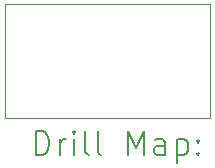
<source format=gbr>
%TF.GenerationSoftware,KiCad,Pcbnew,8.0.6*%
%TF.CreationDate,2024-11-14T16:48:14-06:00*%
%TF.ProjectId,PiLEDLights,50694c45-444c-4696-9768-74732e6b6963,rev?*%
%TF.SameCoordinates,Original*%
%TF.FileFunction,Drillmap*%
%TF.FilePolarity,Positive*%
%FSLAX45Y45*%
G04 Gerber Fmt 4.5, Leading zero omitted, Abs format (unit mm)*
G04 Created by KiCad (PCBNEW 8.0.6) date 2024-11-14 16:48:14*
%MOMM*%
%LPD*%
G01*
G04 APERTURE LIST*
%ADD10C,0.050000*%
%ADD11C,0.200000*%
G04 APERTURE END LIST*
D10*
X11540000Y-8940000D02*
X13270000Y-8940000D01*
X13270000Y-9900000D01*
X11540000Y-9900000D01*
X11540000Y-8940000D01*
D11*
X11798277Y-10213984D02*
X11798277Y-10013984D01*
X11798277Y-10013984D02*
X11845896Y-10013984D01*
X11845896Y-10013984D02*
X11874467Y-10023508D01*
X11874467Y-10023508D02*
X11893515Y-10042555D01*
X11893515Y-10042555D02*
X11903039Y-10061603D01*
X11903039Y-10061603D02*
X11912562Y-10099698D01*
X11912562Y-10099698D02*
X11912562Y-10128270D01*
X11912562Y-10128270D02*
X11903039Y-10166365D01*
X11903039Y-10166365D02*
X11893515Y-10185412D01*
X11893515Y-10185412D02*
X11874467Y-10204460D01*
X11874467Y-10204460D02*
X11845896Y-10213984D01*
X11845896Y-10213984D02*
X11798277Y-10213984D01*
X11998277Y-10213984D02*
X11998277Y-10080650D01*
X11998277Y-10118746D02*
X12007801Y-10099698D01*
X12007801Y-10099698D02*
X12017324Y-10090174D01*
X12017324Y-10090174D02*
X12036372Y-10080650D01*
X12036372Y-10080650D02*
X12055420Y-10080650D01*
X12122086Y-10213984D02*
X12122086Y-10080650D01*
X12122086Y-10013984D02*
X12112562Y-10023508D01*
X12112562Y-10023508D02*
X12122086Y-10033031D01*
X12122086Y-10033031D02*
X12131610Y-10023508D01*
X12131610Y-10023508D02*
X12122086Y-10013984D01*
X12122086Y-10013984D02*
X12122086Y-10033031D01*
X12245896Y-10213984D02*
X12226848Y-10204460D01*
X12226848Y-10204460D02*
X12217324Y-10185412D01*
X12217324Y-10185412D02*
X12217324Y-10013984D01*
X12350658Y-10213984D02*
X12331610Y-10204460D01*
X12331610Y-10204460D02*
X12322086Y-10185412D01*
X12322086Y-10185412D02*
X12322086Y-10013984D01*
X12579229Y-10213984D02*
X12579229Y-10013984D01*
X12579229Y-10013984D02*
X12645896Y-10156841D01*
X12645896Y-10156841D02*
X12712562Y-10013984D01*
X12712562Y-10013984D02*
X12712562Y-10213984D01*
X12893515Y-10213984D02*
X12893515Y-10109222D01*
X12893515Y-10109222D02*
X12883991Y-10090174D01*
X12883991Y-10090174D02*
X12864943Y-10080650D01*
X12864943Y-10080650D02*
X12826848Y-10080650D01*
X12826848Y-10080650D02*
X12807801Y-10090174D01*
X12893515Y-10204460D02*
X12874467Y-10213984D01*
X12874467Y-10213984D02*
X12826848Y-10213984D01*
X12826848Y-10213984D02*
X12807801Y-10204460D01*
X12807801Y-10204460D02*
X12798277Y-10185412D01*
X12798277Y-10185412D02*
X12798277Y-10166365D01*
X12798277Y-10166365D02*
X12807801Y-10147317D01*
X12807801Y-10147317D02*
X12826848Y-10137793D01*
X12826848Y-10137793D02*
X12874467Y-10137793D01*
X12874467Y-10137793D02*
X12893515Y-10128270D01*
X12988753Y-10080650D02*
X12988753Y-10280650D01*
X12988753Y-10090174D02*
X13007801Y-10080650D01*
X13007801Y-10080650D02*
X13045896Y-10080650D01*
X13045896Y-10080650D02*
X13064943Y-10090174D01*
X13064943Y-10090174D02*
X13074467Y-10099698D01*
X13074467Y-10099698D02*
X13083991Y-10118746D01*
X13083991Y-10118746D02*
X13083991Y-10175889D01*
X13083991Y-10175889D02*
X13074467Y-10194936D01*
X13074467Y-10194936D02*
X13064943Y-10204460D01*
X13064943Y-10204460D02*
X13045896Y-10213984D01*
X13045896Y-10213984D02*
X13007801Y-10213984D01*
X13007801Y-10213984D02*
X12988753Y-10204460D01*
X13169705Y-10194936D02*
X13179229Y-10204460D01*
X13179229Y-10204460D02*
X13169705Y-10213984D01*
X13169705Y-10213984D02*
X13160182Y-10204460D01*
X13160182Y-10204460D02*
X13169705Y-10194936D01*
X13169705Y-10194936D02*
X13169705Y-10213984D01*
X13169705Y-10090174D02*
X13179229Y-10099698D01*
X13179229Y-10099698D02*
X13169705Y-10109222D01*
X13169705Y-10109222D02*
X13160182Y-10099698D01*
X13160182Y-10099698D02*
X13169705Y-10090174D01*
X13169705Y-10090174D02*
X13169705Y-10109222D01*
M02*

</source>
